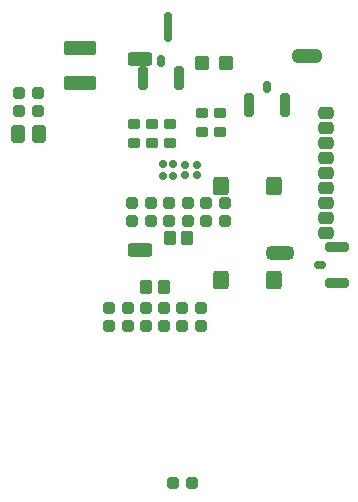
<source format=gbp>
%FSLAX44Y44*%
%MOMM*%
G71*
G01*
G75*
G04 Layer_Color=128*
G04:AMPARAMS|DCode=10|XSize=0.67mm|YSize=0.67mm|CornerRadius=0.1508mm|HoleSize=0mm|Usage=FLASHONLY|Rotation=90.000|XOffset=0mm|YOffset=0mm|HoleType=Round|Shape=RoundedRectangle|*
%AMROUNDEDRECTD10*
21,1,0.6700,0.3685,0,0,90.0*
21,1,0.3685,0.6700,0,0,90.0*
1,1,0.3015,0.1843,0.1843*
1,1,0.3015,0.1843,-0.1843*
1,1,0.3015,-0.1843,-0.1843*
1,1,0.3015,-0.1843,0.1843*
%
%ADD10ROUNDEDRECTD10*%
G04:AMPARAMS|DCode=11|XSize=0.67mm|YSize=0.67mm|CornerRadius=0.1508mm|HoleSize=0mm|Usage=FLASHONLY|Rotation=180.000|XOffset=0mm|YOffset=0mm|HoleType=Round|Shape=RoundedRectangle|*
%AMROUNDEDRECTD11*
21,1,0.6700,0.3685,0,0,180.0*
21,1,0.3685,0.6700,0,0,180.0*
1,1,0.3015,-0.1843,0.1843*
1,1,0.3015,0.1843,0.1843*
1,1,0.3015,0.1843,-0.1843*
1,1,0.3015,-0.1843,-0.1843*
%
%ADD11ROUNDEDRECTD11*%
G04:AMPARAMS|DCode=12|XSize=1.1mm|YSize=0.6mm|CornerRadius=0.201mm|HoleSize=0mm|Usage=FLASHONLY|Rotation=270.000|XOffset=0mm|YOffset=0mm|HoleType=Round|Shape=RoundedRectangle|*
%AMROUNDEDRECTD12*
21,1,1.1000,0.1980,0,0,270.0*
21,1,0.6980,0.6000,0,0,270.0*
1,1,0.4020,-0.0990,-0.3490*
1,1,0.4020,-0.0990,0.3490*
1,1,0.4020,0.0990,0.3490*
1,1,0.4020,0.0990,-0.3490*
%
%ADD12ROUNDEDRECTD12*%
G04:AMPARAMS|DCode=13|XSize=2.5mm|YSize=2mm|CornerRadius=0.25mm|HoleSize=0mm|Usage=FLASHONLY|Rotation=270.000|XOffset=0mm|YOffset=0mm|HoleType=Round|Shape=RoundedRectangle|*
%AMROUNDEDRECTD13*
21,1,2.5000,1.5000,0,0,270.0*
21,1,2.0000,2.0000,0,0,270.0*
1,1,0.5000,-0.7500,-1.0000*
1,1,0.5000,-0.7500,1.0000*
1,1,0.5000,0.7500,1.0000*
1,1,0.5000,0.7500,-1.0000*
%
%ADD13ROUNDEDRECTD13*%
G04:AMPARAMS|DCode=14|XSize=2.7mm|YSize=1.2mm|CornerRadius=0.21mm|HoleSize=0mm|Usage=FLASHONLY|Rotation=0.000|XOffset=0mm|YOffset=0mm|HoleType=Round|Shape=RoundedRectangle|*
%AMROUNDEDRECTD14*
21,1,2.7000,0.7800,0,0,0.0*
21,1,2.2800,1.2000,0,0,0.0*
1,1,0.4200,1.1400,-0.3900*
1,1,0.4200,-1.1400,-0.3900*
1,1,0.4200,-1.1400,0.3900*
1,1,0.4200,1.1400,0.3900*
%
%ADD14ROUNDEDRECTD14*%
G04:AMPARAMS|DCode=15|XSize=1.05mm|YSize=0.65mm|CornerRadius=0.2015mm|HoleSize=0mm|Usage=FLASHONLY|Rotation=90.000|XOffset=0mm|YOffset=0mm|HoleType=Round|Shape=RoundedRectangle|*
%AMROUNDEDRECTD15*
21,1,1.0500,0.2470,0,0,90.0*
21,1,0.6470,0.6500,0,0,90.0*
1,1,0.4030,0.1235,0.3235*
1,1,0.4030,0.1235,-0.3235*
1,1,0.4030,-0.1235,-0.3235*
1,1,0.4030,-0.1235,0.3235*
%
%ADD15ROUNDEDRECTD15*%
G04:AMPARAMS|DCode=16|XSize=2.5mm|YSize=2mm|CornerRadius=0.2mm|HoleSize=0mm|Usage=FLASHONLY|Rotation=90.000|XOffset=0mm|YOffset=0mm|HoleType=Round|Shape=RoundedRectangle|*
%AMROUNDEDRECTD16*
21,1,2.5000,1.6000,0,0,90.0*
21,1,2.1000,2.0000,0,0,90.0*
1,1,0.4000,0.8000,1.0500*
1,1,0.4000,0.8000,-1.0500*
1,1,0.4000,-0.8000,-1.0500*
1,1,0.4000,-0.8000,1.0500*
%
%ADD16ROUNDEDRECTD16*%
G04:AMPARAMS|DCode=17|XSize=2.3mm|YSize=0.5mm|CornerRadius=0.2mm|HoleSize=0mm|Usage=FLASHONLY|Rotation=90.000|XOffset=0mm|YOffset=0mm|HoleType=Round|Shape=RoundedRectangle|*
%AMROUNDEDRECTD17*
21,1,2.3000,0.1000,0,0,90.0*
21,1,1.9000,0.5000,0,0,90.0*
1,1,0.4000,0.0500,0.9500*
1,1,0.4000,0.0500,-0.9500*
1,1,0.4000,-0.0500,-0.9500*
1,1,0.4000,-0.0500,0.9500*
%
%ADD17ROUNDEDRECTD17*%
G04:AMPARAMS|DCode=18|XSize=1.1mm|YSize=0.6mm|CornerRadius=0.201mm|HoleSize=0mm|Usage=FLASHONLY|Rotation=180.000|XOffset=0mm|YOffset=0mm|HoleType=Round|Shape=RoundedRectangle|*
%AMROUNDEDRECTD18*
21,1,1.1000,0.1980,0,0,180.0*
21,1,0.6980,0.6000,0,0,180.0*
1,1,0.4020,-0.3490,0.0990*
1,1,0.4020,0.3490,0.0990*
1,1,0.4020,0.3490,-0.0990*
1,1,0.4020,-0.3490,-0.0990*
%
%ADD18ROUNDEDRECTD18*%
G04:AMPARAMS|DCode=19|XSize=1mm|YSize=0.95mm|CornerRadius=0.1995mm|HoleSize=0mm|Usage=FLASHONLY|Rotation=270.000|XOffset=0mm|YOffset=0mm|HoleType=Round|Shape=RoundedRectangle|*
%AMROUNDEDRECTD19*
21,1,1.0000,0.5510,0,0,270.0*
21,1,0.6010,0.9500,0,0,270.0*
1,1,0.3990,-0.2755,-0.3005*
1,1,0.3990,-0.2755,0.3005*
1,1,0.3990,0.2755,0.3005*
1,1,0.3990,0.2755,-0.3005*
%
%ADD19ROUNDEDRECTD19*%
%ADD20R,0.4000X1.4000*%
G04:AMPARAMS|DCode=21|XSize=1.8mm|YSize=1.9mm|CornerRadius=0.45mm|HoleSize=0mm|Usage=FLASHONLY|Rotation=0.000|XOffset=0mm|YOffset=0mm|HoleType=Round|Shape=RoundedRectangle|*
%AMROUNDEDRECTD21*
21,1,1.8000,1.0000,0,0,0.0*
21,1,0.9000,1.9000,0,0,0.0*
1,1,0.9000,0.4500,-0.5000*
1,1,0.9000,-0.4500,-0.5000*
1,1,0.9000,-0.4500,0.5000*
1,1,0.9000,0.4500,0.5000*
%
%ADD21ROUNDEDRECTD21*%
G04:AMPARAMS|DCode=22|XSize=0.7mm|YSize=1mm|CornerRadius=0.175mm|HoleSize=0mm|Usage=FLASHONLY|Rotation=180.000|XOffset=0mm|YOffset=0mm|HoleType=Round|Shape=RoundedRectangle|*
%AMROUNDEDRECTD22*
21,1,0.7000,0.6500,0,0,180.0*
21,1,0.3500,1.0000,0,0,180.0*
1,1,0.3500,-0.1750,0.3250*
1,1,0.3500,0.1750,0.3250*
1,1,0.3500,0.1750,-0.3250*
1,1,0.3500,-0.1750,-0.3250*
%
%ADD22ROUNDEDRECTD22*%
G04:AMPARAMS|DCode=23|XSize=0.8mm|YSize=2mm|CornerRadius=0.2mm|HoleSize=0mm|Usage=FLASHONLY|Rotation=180.000|XOffset=0mm|YOffset=0mm|HoleType=Round|Shape=RoundedRectangle|*
%AMROUNDEDRECTD23*
21,1,0.8000,1.6000,0,0,180.0*
21,1,0.4000,2.0000,0,0,180.0*
1,1,0.4000,-0.2000,0.8000*
1,1,0.4000,0.2000,0.8000*
1,1,0.4000,0.2000,-0.8000*
1,1,0.4000,-0.2000,-0.8000*
%
%ADD23ROUNDEDRECTD23*%
G04:AMPARAMS|DCode=24|XSize=1mm|YSize=0.9mm|CornerRadius=0.198mm|HoleSize=0mm|Usage=FLASHONLY|Rotation=180.000|XOffset=0mm|YOffset=0mm|HoleType=Round|Shape=RoundedRectangle|*
%AMROUNDEDRECTD24*
21,1,1.0000,0.5040,0,0,180.0*
21,1,0.6040,0.9000,0,0,180.0*
1,1,0.3960,-0.3020,0.2520*
1,1,0.3960,0.3020,0.2520*
1,1,0.3960,0.3020,-0.2520*
1,1,0.3960,-0.3020,-0.2520*
%
%ADD24ROUNDEDRECTD24*%
G04:AMPARAMS|DCode=25|XSize=1.05mm|YSize=0.65mm|CornerRadius=0.2015mm|HoleSize=0mm|Usage=FLASHONLY|Rotation=0.000|XOffset=0mm|YOffset=0mm|HoleType=Round|Shape=RoundedRectangle|*
%AMROUNDEDRECTD25*
21,1,1.0500,0.2470,0,0,0.0*
21,1,0.6470,0.6500,0,0,0.0*
1,1,0.4030,0.3235,-0.1235*
1,1,0.4030,-0.3235,-0.1235*
1,1,0.4030,-0.3235,0.1235*
1,1,0.4030,0.3235,0.1235*
%
%ADD25ROUNDEDRECTD25*%
G04:AMPARAMS|DCode=26|XSize=2.5mm|YSize=1.7mm|CornerRadius=0.204mm|HoleSize=0mm|Usage=FLASHONLY|Rotation=0.000|XOffset=0mm|YOffset=0mm|HoleType=Round|Shape=RoundedRectangle|*
%AMROUNDEDRECTD26*
21,1,2.5000,1.2920,0,0,0.0*
21,1,2.0920,1.7000,0,0,0.0*
1,1,0.4080,1.0460,-0.6460*
1,1,0.4080,-1.0460,-0.6460*
1,1,0.4080,-1.0460,0.6460*
1,1,0.4080,1.0460,0.6460*
%
%ADD26ROUNDEDRECTD26*%
G04:AMPARAMS|DCode=27|XSize=5.2mm|YSize=2mm|CornerRadius=0.25mm|HoleSize=0mm|Usage=FLASHONLY|Rotation=180.000|XOffset=0mm|YOffset=0mm|HoleType=Round|Shape=RoundedRectangle|*
%AMROUNDEDRECTD27*
21,1,5.2000,1.5000,0,0,180.0*
21,1,4.7000,2.0000,0,0,180.0*
1,1,0.5000,-2.3500,0.7500*
1,1,0.5000,2.3500,0.7500*
1,1,0.5000,2.3500,-0.7500*
1,1,0.5000,-2.3500,-0.7500*
%
%ADD27ROUNDEDRECTD27*%
G04:AMPARAMS|DCode=28|XSize=0.65mm|YSize=0.35mm|CornerRadius=0.0735mm|HoleSize=0mm|Usage=FLASHONLY|Rotation=0.000|XOffset=0mm|YOffset=0mm|HoleType=Round|Shape=RoundedRectangle|*
%AMROUNDEDRECTD28*
21,1,0.6500,0.2030,0,0,0.0*
21,1,0.5030,0.3500,0,0,0.0*
1,1,0.1470,0.2515,-0.1015*
1,1,0.1470,-0.2515,-0.1015*
1,1,0.1470,-0.2515,0.1015*
1,1,0.1470,0.2515,0.1015*
%
%ADD28ROUNDEDRECTD28*%
G04:AMPARAMS|DCode=29|XSize=0.62mm|YSize=0.62mm|CornerRadius=0.1488mm|HoleSize=0mm|Usage=FLASHONLY|Rotation=0.000|XOffset=0mm|YOffset=0mm|HoleType=Round|Shape=RoundedRectangle|*
%AMROUNDEDRECTD29*
21,1,0.6200,0.3224,0,0,0.0*
21,1,0.3224,0.6200,0,0,0.0*
1,1,0.2976,0.1612,-0.1612*
1,1,0.2976,-0.1612,-0.1612*
1,1,0.2976,-0.1612,0.1612*
1,1,0.2976,0.1612,0.1612*
%
%ADD29ROUNDEDRECTD29*%
G04:AMPARAMS|DCode=30|XSize=0.3mm|YSize=0.25mm|CornerRadius=0.0525mm|HoleSize=0mm|Usage=FLASHONLY|Rotation=0.000|XOffset=0mm|YOffset=0mm|HoleType=Round|Shape=RoundedRectangle|*
%AMROUNDEDRECTD30*
21,1,0.3000,0.1450,0,0,0.0*
21,1,0.1950,0.2500,0,0,0.0*
1,1,0.1050,0.0975,-0.0725*
1,1,0.1050,-0.0975,-0.0725*
1,1,0.1050,-0.0975,0.0725*
1,1,0.1050,0.0975,0.0725*
%
%ADD30ROUNDEDRECTD30*%
%ADD31O,1.5500X0.6000*%
G04:AMPARAMS|DCode=32|XSize=0.62mm|YSize=0.62mm|CornerRadius=0.1488mm|HoleSize=0mm|Usage=FLASHONLY|Rotation=270.000|XOffset=0mm|YOffset=0mm|HoleType=Round|Shape=RoundedRectangle|*
%AMROUNDEDRECTD32*
21,1,0.6200,0.3224,0,0,270.0*
21,1,0.3224,0.6200,0,0,270.0*
1,1,0.2976,-0.1612,-0.1612*
1,1,0.2976,-0.1612,0.1612*
1,1,0.2976,0.1612,0.1612*
1,1,0.2976,0.1612,-0.1612*
%
%ADD32ROUNDEDRECTD32*%
G04:AMPARAMS|DCode=33|XSize=1mm|YSize=0.95mm|CornerRadius=0.1995mm|HoleSize=0mm|Usage=FLASHONLY|Rotation=0.000|XOffset=0mm|YOffset=0mm|HoleType=Round|Shape=RoundedRectangle|*
%AMROUNDEDRECTD33*
21,1,1.0000,0.5510,0,0,0.0*
21,1,0.6010,0.9500,0,0,0.0*
1,1,0.3990,0.3005,-0.2755*
1,1,0.3990,-0.3005,-0.2755*
1,1,0.3990,-0.3005,0.2755*
1,1,0.3990,0.3005,0.2755*
%
%ADD33ROUNDEDRECTD33*%
%ADD34O,0.6000X1.5500*%
G04:AMPARAMS|DCode=35|XSize=3.3mm|YSize=1.65mm|CornerRadius=0.198mm|HoleSize=0mm|Usage=FLASHONLY|Rotation=90.000|XOffset=0mm|YOffset=0mm|HoleType=Round|Shape=RoundedRectangle|*
%AMROUNDEDRECTD35*
21,1,3.3000,1.2540,0,0,90.0*
21,1,2.9040,1.6500,0,0,90.0*
1,1,0.3960,0.6270,1.4520*
1,1,0.3960,0.6270,-1.4520*
1,1,0.3960,-0.6270,-1.4520*
1,1,0.3960,-0.6270,1.4520*
%
%ADD35ROUNDEDRECTD35*%
G04:AMPARAMS|DCode=36|XSize=1mm|YSize=0.9mm|CornerRadius=0.198mm|HoleSize=0mm|Usage=FLASHONLY|Rotation=270.000|XOffset=0mm|YOffset=0mm|HoleType=Round|Shape=RoundedRectangle|*
%AMROUNDEDRECTD36*
21,1,1.0000,0.5040,0,0,270.0*
21,1,0.6040,0.9000,0,0,270.0*
1,1,0.3960,-0.2520,-0.3020*
1,1,0.3960,-0.2520,0.3020*
1,1,0.3960,0.2520,0.3020*
1,1,0.3960,0.2520,-0.3020*
%
%ADD36ROUNDEDRECTD36*%
G04:AMPARAMS|DCode=37|XSize=1.2mm|YSize=2mm|CornerRadius=0.3mm|HoleSize=0mm|Usage=FLASHONLY|Rotation=90.000|XOffset=0mm|YOffset=0mm|HoleType=Round|Shape=RoundedRectangle|*
%AMROUNDEDRECTD37*
21,1,1.2000,1.4000,0,0,90.0*
21,1,0.6000,2.0000,0,0,90.0*
1,1,0.6000,0.7000,0.3000*
1,1,0.6000,0.7000,-0.3000*
1,1,0.6000,-0.7000,-0.3000*
1,1,0.6000,-0.7000,0.3000*
%
%ADD37ROUNDEDRECTD37*%
G04:AMPARAMS|DCode=38|XSize=1.2mm|YSize=1.2mm|CornerRadius=0.198mm|HoleSize=0mm|Usage=FLASHONLY|Rotation=90.000|XOffset=0mm|YOffset=0mm|HoleType=Round|Shape=RoundedRectangle|*
%AMROUNDEDRECTD38*
21,1,1.2000,0.8040,0,0,90.0*
21,1,0.8040,1.2000,0,0,90.0*
1,1,0.3960,0.4020,0.4020*
1,1,0.3960,0.4020,-0.4020*
1,1,0.3960,-0.4020,-0.4020*
1,1,0.3960,-0.4020,0.4020*
%
%ADD38ROUNDEDRECTD38*%
G04:AMPARAMS|DCode=39|XSize=1.45mm|YSize=0.95mm|CornerRadius=0.1995mm|HoleSize=0mm|Usage=FLASHONLY|Rotation=90.000|XOffset=0mm|YOffset=0mm|HoleType=Round|Shape=RoundedRectangle|*
%AMROUNDEDRECTD39*
21,1,1.4500,0.5510,0,0,90.0*
21,1,1.0510,0.9500,0,0,90.0*
1,1,0.3990,0.2755,0.5255*
1,1,0.3990,0.2755,-0.5255*
1,1,0.3990,-0.2755,-0.5255*
1,1,0.3990,-0.2755,0.5255*
%
%ADD39ROUNDEDRECTD39*%
G04:AMPARAMS|DCode=40|XSize=0.3mm|YSize=0.65mm|CornerRadius=0.0495mm|HoleSize=0mm|Usage=FLASHONLY|Rotation=90.000|XOffset=0mm|YOffset=0mm|HoleType=Round|Shape=RoundedRectangle|*
%AMROUNDEDRECTD40*
21,1,0.3000,0.5510,0,0,90.0*
21,1,0.2010,0.6500,0,0,90.0*
1,1,0.0990,0.2755,0.1005*
1,1,0.0990,0.2755,-0.1005*
1,1,0.0990,-0.2755,-0.1005*
1,1,0.0990,-0.2755,0.1005*
%
%ADD40ROUNDEDRECTD40*%
G04:AMPARAMS|DCode=41|XSize=0.5mm|YSize=0.21mm|CornerRadius=0.0347mm|HoleSize=0mm|Usage=FLASHONLY|Rotation=90.000|XOffset=0mm|YOffset=0mm|HoleType=Round|Shape=RoundedRectangle|*
%AMROUNDEDRECTD41*
21,1,0.5000,0.1407,0,0,90.0*
21,1,0.4307,0.2100,0,0,90.0*
1,1,0.0693,0.0704,0.2154*
1,1,0.0693,0.0704,-0.2154*
1,1,0.0693,-0.0704,-0.2154*
1,1,0.0693,-0.0704,0.2154*
%
%ADD41ROUNDEDRECTD41*%
G04:AMPARAMS|DCode=42|XSize=0.7mm|YSize=1.5mm|CornerRadius=0.175mm|HoleSize=0mm|Usage=FLASHONLY|Rotation=0.000|XOffset=0mm|YOffset=0mm|HoleType=Round|Shape=RoundedRectangle|*
%AMROUNDEDRECTD42*
21,1,0.7000,1.1500,0,0,0.0*
21,1,0.3500,1.5000,0,0,0.0*
1,1,0.3500,0.1750,-0.5750*
1,1,0.3500,-0.1750,-0.5750*
1,1,0.3500,-0.1750,0.5750*
1,1,0.3500,0.1750,0.5750*
%
%ADD42ROUNDEDRECTD42*%
%ADD43O,2.5000X0.5000*%
%ADD44O,0.5000X2.5000*%
%ADD45O,1.8000X0.8000*%
%ADD46O,2.5000X1.0000*%
G04:AMPARAMS|DCode=47|XSize=0.8mm|YSize=2mm|CornerRadius=0.2mm|HoleSize=0mm|Usage=FLASHONLY|Rotation=270.000|XOffset=0mm|YOffset=0mm|HoleType=Round|Shape=RoundedRectangle|*
%AMROUNDEDRECTD47*
21,1,0.8000,1.6000,0,0,270.0*
21,1,0.4000,2.0000,0,0,270.0*
1,1,0.4000,-0.8000,-0.2000*
1,1,0.4000,-0.8000,0.2000*
1,1,0.4000,0.8000,0.2000*
1,1,0.4000,0.8000,-0.2000*
%
%ADD47ROUNDEDRECTD47*%
G04:AMPARAMS|DCode=48|XSize=0.7mm|YSize=1mm|CornerRadius=0.175mm|HoleSize=0mm|Usage=FLASHONLY|Rotation=90.000|XOffset=0mm|YOffset=0mm|HoleType=Round|Shape=RoundedRectangle|*
%AMROUNDEDRECTD48*
21,1,0.7000,0.6500,0,0,90.0*
21,1,0.3500,1.0000,0,0,90.0*
1,1,0.3500,0.3250,0.1750*
1,1,0.3500,0.3250,-0.1750*
1,1,0.3500,-0.3250,-0.1750*
1,1,0.3500,-0.3250,0.1750*
%
%ADD48ROUNDEDRECTD48*%
%ADD49O,0.7000X2.5000*%
%ADD50O,2.5000X0.7000*%
%ADD51C,0.5000*%
%ADD52C,0.4000*%
%ADD53C,0.7000*%
%ADD54C,0.2500*%
%ADD55C,0.2000*%
%ADD56C,0.3000*%
%ADD57C,1.0000*%
%ADD58C,0.6000*%
%ADD59C,0.8000*%
%ADD60C,0.9000*%
%ADD61C,1.8000*%
G04:AMPARAMS|DCode=62|XSize=1.3mm|YSize=1.3mm|CornerRadius=0.1625mm|HoleSize=0mm|Usage=FLASHONLY|Rotation=0.000|XOffset=0mm|YOffset=0mm|HoleType=Round|Shape=RoundedRectangle|*
%AMROUNDEDRECTD62*
21,1,1.3000,0.9750,0,0,0.0*
21,1,0.9750,1.3000,0,0,0.0*
1,1,0.3250,0.4875,-0.4875*
1,1,0.3250,-0.4875,-0.4875*
1,1,0.3250,-0.4875,0.4875*
1,1,0.3250,0.4875,0.4875*
%
%ADD62ROUNDEDRECTD62*%
%ADD63C,1.3000*%
%ADD64C,7.0000*%
%ADD65C,0.1000*%
%ADD66C,0.5000*%
G04:AMPARAMS|DCode=67|XSize=2mm|YSize=2mm|CornerRadius=0.25mm|HoleSize=0mm|Usage=FLASHONLY|Rotation=90.000|XOffset=0mm|YOffset=0mm|HoleType=Round|Shape=RoundedRectangle|*
%AMROUNDEDRECTD67*
21,1,2.0000,1.5000,0,0,90.0*
21,1,1.5000,2.0000,0,0,90.0*
1,1,0.5000,0.7500,0.7500*
1,1,0.5000,0.7500,-0.7500*
1,1,0.5000,-0.7500,-0.7500*
1,1,0.5000,-0.7500,0.7500*
%
%ADD67ROUNDEDRECTD67*%
%ADD68C,2.0000*%
%ADD69C,2.5000*%
G04:AMPARAMS|DCode=70|XSize=1.85mm|YSize=1.85mm|CornerRadius=0.2313mm|HoleSize=0mm|Usage=FLASHONLY|Rotation=0.000|XOffset=0mm|YOffset=0mm|HoleType=Round|Shape=RoundedRectangle|*
%AMROUNDEDRECTD70*
21,1,1.8500,1.3875,0,0,0.0*
21,1,1.3875,1.8500,0,0,0.0*
1,1,0.4625,0.6937,-0.6937*
1,1,0.4625,-0.6937,-0.6937*
1,1,0.4625,-0.6937,0.6937*
1,1,0.4625,0.6937,0.6937*
%
%ADD70ROUNDEDRECTD70*%
%ADD71C,1.8500*%
%ADD72C,1.6000*%
%ADD73R,1.6000X1.6000*%
G04:AMPARAMS|DCode=74|XSize=1.3mm|YSize=1.3mm|CornerRadius=0.325mm|HoleSize=0mm|Usage=FLASHONLY|Rotation=90.000|XOffset=0mm|YOffset=0mm|HoleType=Round|Shape=RoundedRectangle|*
%AMROUNDEDRECTD74*
21,1,1.3000,0.6500,0,0,90.0*
21,1,0.6500,1.3000,0,0,90.0*
1,1,0.6500,0.3250,0.3250*
1,1,0.6500,0.3250,-0.3250*
1,1,0.6500,-0.3250,-0.3250*
1,1,0.6500,-0.3250,0.3250*
%
%ADD74ROUNDEDRECTD74*%
%ADD75R,2.5000X5.0000*%
%ADD76R,5.0000X2.5000*%
G04:AMPARAMS|DCode=77|XSize=1mm|YSize=1mm|CornerRadius=0.25mm|HoleSize=0mm|Usage=FLASHONLY|Rotation=0.000|XOffset=0mm|YOffset=0mm|HoleType=Round|Shape=RoundedRectangle|*
%AMROUNDEDRECTD77*
21,1,1.0000,0.5000,0,0,0.0*
21,1,0.5000,1.0000,0,0,0.0*
1,1,0.5000,0.2500,-0.2500*
1,1,0.5000,-0.2500,-0.2500*
1,1,0.5000,-0.2500,0.2500*
1,1,0.5000,0.2500,0.2500*
%
%ADD77ROUNDEDRECTD77*%
%ADD78C,2.2000*%
G04:AMPARAMS|DCode=79|XSize=1.6mm|YSize=1.6mm|CornerRadius=0.2mm|HoleSize=0mm|Usage=FLASHONLY|Rotation=90.000|XOffset=0mm|YOffset=0mm|HoleType=Round|Shape=RoundedRectangle|*
%AMROUNDEDRECTD79*
21,1,1.6000,1.2000,0,0,90.0*
21,1,1.2000,1.6000,0,0,90.0*
1,1,0.4000,0.6000,0.6000*
1,1,0.4000,0.6000,-0.6000*
1,1,0.4000,-0.6000,-0.6000*
1,1,0.4000,-0.6000,0.6000*
%
%ADD79ROUNDEDRECTD79*%
G04:AMPARAMS|DCode=80|XSize=1.4mm|YSize=1.4mm|CornerRadius=0.175mm|HoleSize=0mm|Usage=FLASHONLY|Rotation=90.000|XOffset=0mm|YOffset=0mm|HoleType=Round|Shape=RoundedRectangle|*
%AMROUNDEDRECTD80*
21,1,1.4000,1.0500,0,0,90.0*
21,1,1.0500,1.4000,0,0,90.0*
1,1,0.3500,0.5250,0.5250*
1,1,0.3500,0.5250,-0.5250*
1,1,0.3500,-0.5250,-0.5250*
1,1,0.3500,-0.5250,0.5250*
%
%ADD80ROUNDEDRECTD80*%
%ADD81C,1.0000*%
%ADD82C,0.6000*%
G04:AMPARAMS|DCode=83|XSize=1.15mm|YSize=2.1mm|CornerRadius=0.2875mm|HoleSize=0mm|Usage=FLASHONLY|Rotation=90.000|XOffset=0mm|YOffset=0mm|HoleType=Round|Shape=RoundedRectangle|*
%AMROUNDEDRECTD83*
21,1,1.1500,1.5250,0,0,90.0*
21,1,0.5750,2.1000,0,0,90.0*
1,1,0.5750,0.7625,0.2875*
1,1,0.5750,0.7625,-0.2875*
1,1,0.5750,-0.7625,-0.2875*
1,1,0.5750,-0.7625,0.2875*
%
%ADD83ROUNDEDRECTD83*%
G04:AMPARAMS|DCode=84|XSize=2.5mm|YSize=1.15mm|CornerRadius=0.3852mm|HoleSize=0mm|Usage=FLASHONLY|Rotation=0.000|XOffset=0mm|YOffset=0mm|HoleType=Round|Shape=RoundedRectangle|*
%AMROUNDEDRECTD84*
21,1,2.5000,0.3795,0,0,0.0*
21,1,1.7295,1.1500,0,0,0.0*
1,1,0.7705,0.8648,-0.1898*
1,1,0.7705,-0.8648,-0.1898*
1,1,0.7705,-0.8648,0.1898*
1,1,0.7705,0.8648,0.1898*
%
%ADD84ROUNDEDRECTD84*%
G04:AMPARAMS|DCode=85|XSize=1.3mm|YSize=1mm|CornerRadius=0.25mm|HoleSize=0mm|Usage=FLASHONLY|Rotation=0.000|XOffset=0mm|YOffset=0mm|HoleType=Round|Shape=RoundedRectangle|*
%AMROUNDEDRECTD85*
21,1,1.3000,0.5000,0,0,0.0*
21,1,0.8000,1.0000,0,0,0.0*
1,1,0.5000,0.4000,-0.2500*
1,1,0.5000,-0.4000,-0.2500*
1,1,0.5000,-0.4000,0.2500*
1,1,0.5000,0.4000,0.2500*
%
%ADD85ROUNDEDRECTD85*%
G04:AMPARAMS|DCode=86|XSize=2.35mm|YSize=1.15mm|CornerRadius=0.3852mm|HoleSize=0mm|Usage=FLASHONLY|Rotation=0.000|XOffset=0mm|YOffset=0mm|HoleType=Round|Shape=RoundedRectangle|*
%AMROUNDEDRECTD86*
21,1,2.3500,0.3795,0,0,0.0*
21,1,1.5795,1.1500,0,0,0.0*
1,1,0.7705,0.7897,-0.1898*
1,1,0.7705,-0.7897,-0.1898*
1,1,0.7705,-0.7897,0.1898*
1,1,0.7705,0.7897,0.1898*
%
%ADD86ROUNDEDRECTD86*%
G04:AMPARAMS|DCode=87|XSize=1mm|YSize=1.2mm|CornerRadius=0.165mm|HoleSize=0mm|Usage=FLASHONLY|Rotation=180.000|XOffset=0mm|YOffset=0mm|HoleType=Round|Shape=RoundedRectangle|*
%AMROUNDEDRECTD87*
21,1,1.0000,0.8700,0,0,180.0*
21,1,0.6700,1.2000,0,0,180.0*
1,1,0.3300,-0.3350,0.4350*
1,1,0.3300,0.3350,0.4350*
1,1,0.3300,0.3350,-0.4350*
1,1,0.3300,-0.3350,-0.4350*
%
%ADD87ROUNDEDRECTD87*%
G04:AMPARAMS|DCode=88|XSize=1.6mm|YSize=1.3mm|CornerRadius=0.2015mm|HoleSize=0mm|Usage=FLASHONLY|Rotation=90.000|XOffset=0mm|YOffset=0mm|HoleType=Round|Shape=RoundedRectangle|*
%AMROUNDEDRECTD88*
21,1,1.6000,0.8970,0,0,90.0*
21,1,1.1970,1.3000,0,0,90.0*
1,1,0.4030,0.4485,0.5985*
1,1,0.4030,0.4485,-0.5985*
1,1,0.4030,-0.4485,-0.5985*
1,1,0.4030,-0.4485,0.5985*
%
%ADD88ROUNDEDRECTD88*%
G04:AMPARAMS|DCode=89|XSize=0.7mm|YSize=2.5mm|CornerRadius=0.175mm|HoleSize=0mm|Usage=FLASHONLY|Rotation=180.000|XOffset=0mm|YOffset=0mm|HoleType=Round|Shape=RoundedRectangle|*
%AMROUNDEDRECTD89*
21,1,0.7000,2.1500,0,0,180.0*
21,1,0.3500,2.5000,0,0,180.0*
1,1,0.3500,-0.1750,1.0750*
1,1,0.3500,0.1750,1.0750*
1,1,0.3500,0.1750,-1.0750*
1,1,0.3500,-0.1750,-1.0750*
%
%ADD89ROUNDEDRECTD89*%
G04:AMPARAMS|DCode=90|XSize=1.45mm|YSize=1.15mm|CornerRadius=0.2013mm|HoleSize=0mm|Usage=FLASHONLY|Rotation=90.000|XOffset=0mm|YOffset=0mm|HoleType=Round|Shape=RoundedRectangle|*
%AMROUNDEDRECTD90*
21,1,1.4500,0.7475,0,0,90.0*
21,1,1.0475,1.1500,0,0,90.0*
1,1,0.4025,0.3738,0.5238*
1,1,0.4025,0.3738,-0.5238*
1,1,0.4025,-0.3738,-0.5238*
1,1,0.4025,-0.3738,0.5238*
%
%ADD90ROUNDEDRECTD90*%
G04:AMPARAMS|DCode=91|XSize=1.2mm|YSize=1.2mm|CornerRadius=0.198mm|HoleSize=0mm|Usage=FLASHONLY|Rotation=0.000|XOffset=0mm|YOffset=0mm|HoleType=Round|Shape=RoundedRectangle|*
%AMROUNDEDRECTD91*
21,1,1.2000,0.8040,0,0,0.0*
21,1,0.8040,1.2000,0,0,0.0*
1,1,0.3960,0.4020,-0.4020*
1,1,0.3960,-0.4020,-0.4020*
1,1,0.3960,-0.4020,0.4020*
1,1,0.3960,0.4020,0.4020*
%
%ADD91ROUNDEDRECTD91*%
%ADD92C,5.0000*%
%ADD93C,0.2540*%
%ADD94C,0.1500*%
%ADD95C,0.1000*%
%ADD96C,0.0500*%
%ADD97C,0.0100*%
%ADD98C,0.0750*%
G04:AMPARAMS|DCode=99|XSize=0.77mm|YSize=0.77mm|CornerRadius=0.2008mm|HoleSize=0mm|Usage=FLASHONLY|Rotation=90.000|XOffset=0mm|YOffset=0mm|HoleType=Round|Shape=RoundedRectangle|*
%AMROUNDEDRECTD99*
21,1,0.7700,0.3685,0,0,90.0*
21,1,0.3685,0.7700,0,0,90.0*
1,1,0.4015,0.1843,0.1843*
1,1,0.4015,0.1843,-0.1843*
1,1,0.4015,-0.1843,-0.1843*
1,1,0.4015,-0.1843,0.1843*
%
%ADD99ROUNDEDRECTD99*%
G04:AMPARAMS|DCode=100|XSize=0.77mm|YSize=0.77mm|CornerRadius=0.2008mm|HoleSize=0mm|Usage=FLASHONLY|Rotation=180.000|XOffset=0mm|YOffset=0mm|HoleType=Round|Shape=RoundedRectangle|*
%AMROUNDEDRECTD100*
21,1,0.7700,0.3685,0,0,180.0*
21,1,0.3685,0.7700,0,0,180.0*
1,1,0.4015,-0.1843,0.1843*
1,1,0.4015,0.1843,0.1843*
1,1,0.4015,0.1843,-0.1843*
1,1,0.4015,-0.1843,-0.1843*
%
%ADD100ROUNDEDRECTD100*%
G04:AMPARAMS|DCode=101|XSize=1.25mm|YSize=0.75mm|CornerRadius=0.276mm|HoleSize=0mm|Usage=FLASHONLY|Rotation=270.000|XOffset=0mm|YOffset=0mm|HoleType=Round|Shape=RoundedRectangle|*
%AMROUNDEDRECTD101*
21,1,1.2500,0.1980,0,0,270.0*
21,1,0.6980,0.7500,0,0,270.0*
1,1,0.5520,-0.0990,-0.3490*
1,1,0.5520,-0.0990,0.3490*
1,1,0.5520,0.0990,0.3490*
1,1,0.5520,0.0990,-0.3490*
%
%ADD101ROUNDEDRECTD101*%
G04:AMPARAMS|DCode=102|XSize=2.7032mm|YSize=2.2032mm|CornerRadius=0.3516mm|HoleSize=0mm|Usage=FLASHONLY|Rotation=270.000|XOffset=0mm|YOffset=0mm|HoleType=Round|Shape=RoundedRectangle|*
%AMROUNDEDRECTD102*
21,1,2.7032,1.5000,0,0,270.0*
21,1,2.0000,2.2032,0,0,270.0*
1,1,0.7032,-0.7500,-1.0000*
1,1,0.7032,-0.7500,1.0000*
1,1,0.7032,0.7500,1.0000*
1,1,0.7032,0.7500,-1.0000*
%
%ADD102ROUNDEDRECTD102*%
G04:AMPARAMS|DCode=103|XSize=2.85mm|YSize=1.35mm|CornerRadius=0.285mm|HoleSize=0mm|Usage=FLASHONLY|Rotation=0.000|XOffset=0mm|YOffset=0mm|HoleType=Round|Shape=RoundedRectangle|*
%AMROUNDEDRECTD103*
21,1,2.8500,0.7800,0,0,0.0*
21,1,2.2800,1.3500,0,0,0.0*
1,1,0.5700,1.1400,-0.3900*
1,1,0.5700,-1.1400,-0.3900*
1,1,0.5700,-1.1400,0.3900*
1,1,0.5700,1.1400,0.3900*
%
%ADD103ROUNDEDRECTD103*%
G04:AMPARAMS|DCode=104|XSize=1.2mm|YSize=0.8mm|CornerRadius=0.2765mm|HoleSize=0mm|Usage=FLASHONLY|Rotation=90.000|XOffset=0mm|YOffset=0mm|HoleType=Round|Shape=RoundedRectangle|*
%AMROUNDEDRECTD104*
21,1,1.2000,0.2470,0,0,90.0*
21,1,0.6470,0.8000,0,0,90.0*
1,1,0.5530,0.1235,0.3235*
1,1,0.5530,0.1235,-0.3235*
1,1,0.5530,-0.1235,-0.3235*
1,1,0.5530,-0.1235,0.3235*
%
%ADD104ROUNDEDRECTD104*%
G04:AMPARAMS|DCode=105|XSize=2.65mm|YSize=2.15mm|CornerRadius=0.275mm|HoleSize=0mm|Usage=FLASHONLY|Rotation=90.000|XOffset=0mm|YOffset=0mm|HoleType=Round|Shape=RoundedRectangle|*
%AMROUNDEDRECTD105*
21,1,2.6500,1.6000,0,0,90.0*
21,1,2.1000,2.1500,0,0,90.0*
1,1,0.5500,0.8000,1.0500*
1,1,0.5500,0.8000,-1.0500*
1,1,0.5500,-0.8000,-1.0500*
1,1,0.5500,-0.8000,1.0500*
%
%ADD105ROUNDEDRECTD105*%
G04:AMPARAMS|DCode=106|XSize=2.45mm|YSize=0.65mm|CornerRadius=0.275mm|HoleSize=0mm|Usage=FLASHONLY|Rotation=90.000|XOffset=0mm|YOffset=0mm|HoleType=Round|Shape=RoundedRectangle|*
%AMROUNDEDRECTD106*
21,1,2.4500,0.1000,0,0,90.0*
21,1,1.9000,0.6500,0,0,90.0*
1,1,0.5500,0.0500,0.9500*
1,1,0.5500,0.0500,-0.9500*
1,1,0.5500,-0.0500,-0.9500*
1,1,0.5500,-0.0500,0.9500*
%
%ADD106ROUNDEDRECTD106*%
G04:AMPARAMS|DCode=107|XSize=1.25mm|YSize=0.75mm|CornerRadius=0.276mm|HoleSize=0mm|Usage=FLASHONLY|Rotation=180.000|XOffset=0mm|YOffset=0mm|HoleType=Round|Shape=RoundedRectangle|*
%AMROUNDEDRECTD107*
21,1,1.2500,0.1980,0,0,180.0*
21,1,0.6980,0.7500,0,0,180.0*
1,1,0.5520,-0.3490,0.0990*
1,1,0.5520,0.3490,0.0990*
1,1,0.5520,0.3490,-0.0990*
1,1,0.5520,-0.3490,-0.0990*
%
%ADD107ROUNDEDRECTD107*%
G04:AMPARAMS|DCode=108|XSize=1.15mm|YSize=1.1mm|CornerRadius=0.2745mm|HoleSize=0mm|Usage=FLASHONLY|Rotation=270.000|XOffset=0mm|YOffset=0mm|HoleType=Round|Shape=RoundedRectangle|*
%AMROUNDEDRECTD108*
21,1,1.1500,0.5510,0,0,270.0*
21,1,0.6010,1.1000,0,0,270.0*
1,1,0.5490,-0.2755,-0.3005*
1,1,0.5490,-0.2755,0.3005*
1,1,0.5490,0.2755,0.3005*
1,1,0.5490,0.2755,-0.3005*
%
%ADD108ROUNDEDRECTD108*%
%ADD109R,0.6032X1.6032*%
G04:AMPARAMS|DCode=110|XSize=2.0032mm|YSize=2.1032mm|CornerRadius=0.5516mm|HoleSize=0mm|Usage=FLASHONLY|Rotation=0.000|XOffset=0mm|YOffset=0mm|HoleType=Round|Shape=RoundedRectangle|*
%AMROUNDEDRECTD110*
21,1,2.0032,1.0000,0,0,0.0*
21,1,0.9000,2.1032,0,0,0.0*
1,1,1.1032,0.4500,-0.5000*
1,1,1.1032,-0.4500,-0.5000*
1,1,1.1032,-0.4500,0.5000*
1,1,1.1032,0.4500,0.5000*
%
%ADD110ROUNDEDRECTD110*%
G04:AMPARAMS|DCode=111|XSize=0.9032mm|YSize=1.2032mm|CornerRadius=0.2766mm|HoleSize=0mm|Usage=FLASHONLY|Rotation=180.000|XOffset=0mm|YOffset=0mm|HoleType=Round|Shape=RoundedRectangle|*
%AMROUNDEDRECTD111*
21,1,0.9032,0.6500,0,0,180.0*
21,1,0.3500,1.2032,0,0,180.0*
1,1,0.5532,-0.1750,0.3250*
1,1,0.5532,0.1750,0.3250*
1,1,0.5532,0.1750,-0.3250*
1,1,0.5532,-0.1750,-0.3250*
%
%ADD111ROUNDEDRECTD111*%
G04:AMPARAMS|DCode=112|XSize=1.0032mm|YSize=2.2032mm|CornerRadius=0.3016mm|HoleSize=0mm|Usage=FLASHONLY|Rotation=180.000|XOffset=0mm|YOffset=0mm|HoleType=Round|Shape=RoundedRectangle|*
%AMROUNDEDRECTD112*
21,1,1.0032,1.6000,0,0,180.0*
21,1,0.4000,2.2032,0,0,180.0*
1,1,0.6032,-0.2000,0.8000*
1,1,0.6032,0.2000,0.8000*
1,1,0.6032,0.2000,-0.8000*
1,1,0.6032,-0.2000,-0.8000*
%
%ADD112ROUNDEDRECTD112*%
G04:AMPARAMS|DCode=113|XSize=1.15mm|YSize=1.05mm|CornerRadius=0.273mm|HoleSize=0mm|Usage=FLASHONLY|Rotation=180.000|XOffset=0mm|YOffset=0mm|HoleType=Round|Shape=RoundedRectangle|*
%AMROUNDEDRECTD113*
21,1,1.1500,0.5040,0,0,180.0*
21,1,0.6040,1.0500,0,0,180.0*
1,1,0.5460,-0.3020,0.2520*
1,1,0.5460,0.3020,0.2520*
1,1,0.5460,0.3020,-0.2520*
1,1,0.5460,-0.3020,-0.2520*
%
%ADD113ROUNDEDRECTD113*%
G04:AMPARAMS|DCode=114|XSize=1.2mm|YSize=0.8mm|CornerRadius=0.2765mm|HoleSize=0mm|Usage=FLASHONLY|Rotation=0.000|XOffset=0mm|YOffset=0mm|HoleType=Round|Shape=RoundedRectangle|*
%AMROUNDEDRECTD114*
21,1,1.2000,0.2470,0,0,0.0*
21,1,0.6470,0.8000,0,0,0.0*
1,1,0.5530,0.3235,-0.1235*
1,1,0.5530,-0.3235,-0.1235*
1,1,0.5530,-0.3235,0.1235*
1,1,0.5530,0.3235,0.1235*
%
%ADD114ROUNDEDRECTD114*%
G04:AMPARAMS|DCode=115|XSize=2.65mm|YSize=1.85mm|CornerRadius=0.279mm|HoleSize=0mm|Usage=FLASHONLY|Rotation=0.000|XOffset=0mm|YOffset=0mm|HoleType=Round|Shape=RoundedRectangle|*
%AMROUNDEDRECTD115*
21,1,2.6500,1.2920,0,0,0.0*
21,1,2.0920,1.8500,0,0,0.0*
1,1,0.5580,1.0460,-0.6460*
1,1,0.5580,-1.0460,-0.6460*
1,1,0.5580,-1.0460,0.6460*
1,1,0.5580,1.0460,0.6460*
%
%ADD115ROUNDEDRECTD115*%
G04:AMPARAMS|DCode=116|XSize=5.35mm|YSize=2.15mm|CornerRadius=0.325mm|HoleSize=0mm|Usage=FLASHONLY|Rotation=180.000|XOffset=0mm|YOffset=0mm|HoleType=Round|Shape=RoundedRectangle|*
%AMROUNDEDRECTD116*
21,1,5.3500,1.5000,0,0,180.0*
21,1,4.7000,2.1500,0,0,180.0*
1,1,0.6500,-2.3500,0.7500*
1,1,0.6500,2.3500,0.7500*
1,1,0.6500,2.3500,-0.7500*
1,1,0.6500,-2.3500,-0.7500*
%
%ADD116ROUNDEDRECTD116*%
G04:AMPARAMS|DCode=117|XSize=0.8mm|YSize=0.5mm|CornerRadius=0.1485mm|HoleSize=0mm|Usage=FLASHONLY|Rotation=0.000|XOffset=0mm|YOffset=0mm|HoleType=Round|Shape=RoundedRectangle|*
%AMROUNDEDRECTD117*
21,1,0.8000,0.2030,0,0,0.0*
21,1,0.5030,0.5000,0,0,0.0*
1,1,0.2970,0.2515,-0.1015*
1,1,0.2970,-0.2515,-0.1015*
1,1,0.2970,-0.2515,0.1015*
1,1,0.2970,0.2515,0.1015*
%
%ADD117ROUNDEDRECTD117*%
G04:AMPARAMS|DCode=118|XSize=0.77mm|YSize=0.77mm|CornerRadius=0.2238mm|HoleSize=0mm|Usage=FLASHONLY|Rotation=0.000|XOffset=0mm|YOffset=0mm|HoleType=Round|Shape=RoundedRectangle|*
%AMROUNDEDRECTD118*
21,1,0.7700,0.3224,0,0,0.0*
21,1,0.3224,0.7700,0,0,0.0*
1,1,0.4476,0.1612,-0.1612*
1,1,0.4476,-0.1612,-0.1612*
1,1,0.4476,-0.1612,0.1612*
1,1,0.4476,0.1612,0.1612*
%
%ADD118ROUNDEDRECTD118*%
G04:AMPARAMS|DCode=119|XSize=0.45mm|YSize=0.4mm|CornerRadius=0.1275mm|HoleSize=0mm|Usage=FLASHONLY|Rotation=0.000|XOffset=0mm|YOffset=0mm|HoleType=Round|Shape=RoundedRectangle|*
%AMROUNDEDRECTD119*
21,1,0.4500,0.1450,0,0,0.0*
21,1,0.1950,0.4000,0,0,0.0*
1,1,0.2550,0.0975,-0.0725*
1,1,0.2550,-0.0975,-0.0725*
1,1,0.2550,-0.0975,0.0725*
1,1,0.2550,0.0975,0.0725*
%
%ADD119ROUNDEDRECTD119*%
%ADD120O,1.7000X0.7500*%
G04:AMPARAMS|DCode=121|XSize=0.77mm|YSize=0.77mm|CornerRadius=0.2238mm|HoleSize=0mm|Usage=FLASHONLY|Rotation=270.000|XOffset=0mm|YOffset=0mm|HoleType=Round|Shape=RoundedRectangle|*
%AMROUNDEDRECTD121*
21,1,0.7700,0.3224,0,0,270.0*
21,1,0.3224,0.7700,0,0,270.0*
1,1,0.4476,-0.1612,-0.1612*
1,1,0.4476,-0.1612,0.1612*
1,1,0.4476,0.1612,0.1612*
1,1,0.4476,0.1612,-0.1612*
%
%ADD121ROUNDEDRECTD121*%
G04:AMPARAMS|DCode=122|XSize=1.15mm|YSize=1.1mm|CornerRadius=0.2745mm|HoleSize=0mm|Usage=FLASHONLY|Rotation=0.000|XOffset=0mm|YOffset=0mm|HoleType=Round|Shape=RoundedRectangle|*
%AMROUNDEDRECTD122*
21,1,1.1500,0.5510,0,0,0.0*
21,1,0.6010,1.1000,0,0,0.0*
1,1,0.5490,0.3005,-0.2755*
1,1,0.5490,-0.3005,-0.2755*
1,1,0.5490,-0.3005,0.2755*
1,1,0.5490,0.3005,0.2755*
%
%ADD122ROUNDEDRECTD122*%
%ADD123O,0.7500X1.7000*%
G04:AMPARAMS|DCode=124|XSize=3.45mm|YSize=1.8mm|CornerRadius=0.273mm|HoleSize=0mm|Usage=FLASHONLY|Rotation=90.000|XOffset=0mm|YOffset=0mm|HoleType=Round|Shape=RoundedRectangle|*
%AMROUNDEDRECTD124*
21,1,3.4500,1.2540,0,0,90.0*
21,1,2.9040,1.8000,0,0,90.0*
1,1,0.5460,0.6270,1.4520*
1,1,0.5460,0.6270,-1.4520*
1,1,0.5460,-0.6270,-1.4520*
1,1,0.5460,-0.6270,1.4520*
%
%ADD124ROUNDEDRECTD124*%
G04:AMPARAMS|DCode=125|XSize=1.15mm|YSize=1.05mm|CornerRadius=0.273mm|HoleSize=0mm|Usage=FLASHONLY|Rotation=270.000|XOffset=0mm|YOffset=0mm|HoleType=Round|Shape=RoundedRectangle|*
%AMROUNDEDRECTD125*
21,1,1.1500,0.5040,0,0,270.0*
21,1,0.6040,1.0500,0,0,270.0*
1,1,0.5460,-0.2520,-0.3020*
1,1,0.5460,-0.2520,0.3020*
1,1,0.5460,0.2520,0.3020*
1,1,0.5460,0.2520,-0.3020*
%
%ADD125ROUNDEDRECTD125*%
G04:AMPARAMS|DCode=126|XSize=1.3mm|YSize=2.1mm|CornerRadius=0.35mm|HoleSize=0mm|Usage=FLASHONLY|Rotation=90.000|XOffset=0mm|YOffset=0mm|HoleType=Round|Shape=RoundedRectangle|*
%AMROUNDEDRECTD126*
21,1,1.3000,1.4000,0,0,90.0*
21,1,0.6000,2.1000,0,0,90.0*
1,1,0.7000,0.7000,0.3000*
1,1,0.7000,0.7000,-0.3000*
1,1,0.7000,-0.7000,-0.3000*
1,1,0.7000,-0.7000,0.3000*
%
%ADD126ROUNDEDRECTD126*%
G04:AMPARAMS|DCode=127|XSize=1.35mm|YSize=1.35mm|CornerRadius=0.273mm|HoleSize=0mm|Usage=FLASHONLY|Rotation=90.000|XOffset=0mm|YOffset=0mm|HoleType=Round|Shape=RoundedRectangle|*
%AMROUNDEDRECTD127*
21,1,1.3500,0.8040,0,0,90.0*
21,1,0.8040,1.3500,0,0,90.0*
1,1,0.5460,0.4020,0.4020*
1,1,0.5460,0.4020,-0.4020*
1,1,0.5460,-0.4020,-0.4020*
1,1,0.5460,-0.4020,0.4020*
%
%ADD127ROUNDEDRECTD127*%
G04:AMPARAMS|DCode=128|XSize=1.55mm|YSize=1.05mm|CornerRadius=0.2495mm|HoleSize=0mm|Usage=FLASHONLY|Rotation=90.000|XOffset=0mm|YOffset=0mm|HoleType=Round|Shape=RoundedRectangle|*
%AMROUNDEDRECTD128*
21,1,1.5500,0.5510,0,0,90.0*
21,1,1.0510,1.0500,0,0,90.0*
1,1,0.4990,0.2755,0.5255*
1,1,0.4990,0.2755,-0.5255*
1,1,0.4990,-0.2755,-0.5255*
1,1,0.4990,-0.2755,0.5255*
%
%ADD128ROUNDEDRECTD128*%
G04:AMPARAMS|DCode=129|XSize=0.45mm|YSize=0.8mm|CornerRadius=0.1245mm|HoleSize=0mm|Usage=FLASHONLY|Rotation=90.000|XOffset=0mm|YOffset=0mm|HoleType=Round|Shape=RoundedRectangle|*
%AMROUNDEDRECTD129*
21,1,0.4500,0.5510,0,0,90.0*
21,1,0.2010,0.8000,0,0,90.0*
1,1,0.2490,0.2755,0.1005*
1,1,0.2490,0.2755,-0.1005*
1,1,0.2490,-0.2755,-0.1005*
1,1,0.2490,-0.2755,0.1005*
%
%ADD129ROUNDEDRECTD129*%
G04:AMPARAMS|DCode=130|XSize=0.65mm|YSize=0.36mm|CornerRadius=0.1097mm|HoleSize=0mm|Usage=FLASHONLY|Rotation=90.000|XOffset=0mm|YOffset=0mm|HoleType=Round|Shape=RoundedRectangle|*
%AMROUNDEDRECTD130*
21,1,0.6500,0.1407,0,0,90.0*
21,1,0.4307,0.3600,0,0,90.0*
1,1,0.2193,0.0704,0.2154*
1,1,0.2193,0.0704,-0.2154*
1,1,0.2193,-0.0704,-0.2154*
1,1,0.2193,-0.0704,0.2154*
%
%ADD130ROUNDEDRECTD130*%
%ADD131O,1.9500X0.9500*%
%ADD132O,2.6500X1.1500*%
G04:AMPARAMS|DCode=133|XSize=1.0032mm|YSize=2.2032mm|CornerRadius=0.3016mm|HoleSize=0mm|Usage=FLASHONLY|Rotation=270.000|XOffset=0mm|YOffset=0mm|HoleType=Round|Shape=RoundedRectangle|*
%AMROUNDEDRECTD133*
21,1,1.0032,1.6000,0,0,270.0*
21,1,0.4000,2.2032,0,0,270.0*
1,1,0.6032,-0.8000,-0.2000*
1,1,0.6032,-0.8000,0.2000*
1,1,0.6032,0.8000,0.2000*
1,1,0.6032,0.8000,-0.2000*
%
%ADD133ROUNDEDRECTD133*%
G04:AMPARAMS|DCode=134|XSize=0.9032mm|YSize=1.2032mm|CornerRadius=0.2766mm|HoleSize=0mm|Usage=FLASHONLY|Rotation=90.000|XOffset=0mm|YOffset=0mm|HoleType=Round|Shape=RoundedRectangle|*
%AMROUNDEDRECTD134*
21,1,0.9032,0.6500,0,0,90.0*
21,1,0.3500,1.2032,0,0,90.0*
1,1,0.5532,0.3250,0.1750*
1,1,0.5532,0.3250,-0.1750*
1,1,0.5532,-0.3250,-0.1750*
1,1,0.5532,-0.3250,0.1750*
%
%ADD134ROUNDEDRECTD134*%
%ADD135O,0.9032X2.7032*%
%ADD136O,2.7032X0.9032*%
%ADD137C,1.1032*%
%ADD138C,1.9500*%
G04:AMPARAMS|DCode=139|XSize=1.45mm|YSize=1.45mm|CornerRadius=0.2375mm|HoleSize=0mm|Usage=FLASHONLY|Rotation=0.000|XOffset=0mm|YOffset=0mm|HoleType=Round|Shape=RoundedRectangle|*
%AMROUNDEDRECTD139*
21,1,1.4500,0.9750,0,0,0.0*
21,1,0.9750,1.4500,0,0,0.0*
1,1,0.4750,0.4875,-0.4875*
1,1,0.4750,-0.4875,-0.4875*
1,1,0.4750,-0.4875,0.4875*
1,1,0.4750,0.4875,0.4875*
%
%ADD139ROUNDEDRECTD139*%
%ADD140C,1.4500*%
%ADD141C,7.2032*%
%ADD142C,0.6500*%
%ADD143C,0.7032*%
G04:AMPARAMS|DCode=144|XSize=2.15mm|YSize=2.15mm|CornerRadius=0.325mm|HoleSize=0mm|Usage=FLASHONLY|Rotation=90.000|XOffset=0mm|YOffset=0mm|HoleType=Round|Shape=RoundedRectangle|*
%AMROUNDEDRECTD144*
21,1,2.1500,1.5000,0,0,90.0*
21,1,1.5000,2.1500,0,0,90.0*
1,1,0.6500,0.7500,0.7500*
1,1,0.6500,0.7500,-0.7500*
1,1,0.6500,-0.7500,-0.7500*
1,1,0.6500,-0.7500,0.7500*
%
%ADD144ROUNDEDRECTD144*%
%ADD145C,2.1500*%
%ADD146C,2.7032*%
G04:AMPARAMS|DCode=147|XSize=2mm|YSize=2mm|CornerRadius=0.3063mm|HoleSize=0mm|Usage=FLASHONLY|Rotation=0.000|XOffset=0mm|YOffset=0mm|HoleType=Round|Shape=RoundedRectangle|*
%AMROUNDEDRECTD147*
21,1,2.0000,1.3875,0,0,0.0*
21,1,1.3875,2.0000,0,0,0.0*
1,1,0.6125,0.6937,-0.6937*
1,1,0.6125,-0.6937,-0.6937*
1,1,0.6125,-0.6937,0.6937*
1,1,0.6125,0.6937,0.6937*
%
%ADD147ROUNDEDRECTD147*%
%ADD148C,1.7500*%
%ADD149R,1.7500X1.7500*%
G04:AMPARAMS|DCode=150|XSize=1.5032mm|YSize=1.5032mm|CornerRadius=0.4266mm|HoleSize=0mm|Usage=FLASHONLY|Rotation=90.000|XOffset=0mm|YOffset=0mm|HoleType=Round|Shape=RoundedRectangle|*
%AMROUNDEDRECTD150*
21,1,1.5032,0.6500,0,0,90.0*
21,1,0.6500,1.5032,0,0,90.0*
1,1,0.8532,0.3250,0.3250*
1,1,0.8532,0.3250,-0.3250*
1,1,0.8532,-0.3250,-0.3250*
1,1,0.8532,-0.3250,0.3250*
%
%ADD150ROUNDEDRECTD150*%
%ADD151C,1.5032*%
%ADD152R,2.6500X5.1500*%
%ADD153R,5.1500X2.6500*%
G04:AMPARAMS|DCode=154|XSize=1.1mm|YSize=1.1mm|CornerRadius=0.3mm|HoleSize=0mm|Usage=FLASHONLY|Rotation=0.000|XOffset=0mm|YOffset=0mm|HoleType=Round|Shape=RoundedRectangle|*
%AMROUNDEDRECTD154*
21,1,1.1000,0.5000,0,0,0.0*
21,1,0.5000,1.1000,0,0,0.0*
1,1,0.6000,0.2500,-0.2500*
1,1,0.6000,-0.2500,-0.2500*
1,1,0.6000,-0.2500,0.2500*
1,1,0.6000,0.2500,0.2500*
%
%ADD154ROUNDEDRECTD154*%
%ADD155C,2.3500*%
G04:AMPARAMS|DCode=156|XSize=1.75mm|YSize=1.75mm|CornerRadius=0.275mm|HoleSize=0mm|Usage=FLASHONLY|Rotation=90.000|XOffset=0mm|YOffset=0mm|HoleType=Round|Shape=RoundedRectangle|*
%AMROUNDEDRECTD156*
21,1,1.7500,1.2000,0,0,90.0*
21,1,1.2000,1.7500,0,0,90.0*
1,1,0.5500,0.6000,0.6000*
1,1,0.5500,0.6000,-0.6000*
1,1,0.5500,-0.6000,-0.6000*
1,1,0.5500,-0.6000,0.6000*
%
%ADD156ROUNDEDRECTD156*%
G04:AMPARAMS|DCode=157|XSize=1.55mm|YSize=1.55mm|CornerRadius=0.25mm|HoleSize=0mm|Usage=FLASHONLY|Rotation=90.000|XOffset=0mm|YOffset=0mm|HoleType=Round|Shape=RoundedRectangle|*
%AMROUNDEDRECTD157*
21,1,1.5500,1.0500,0,0,90.0*
21,1,1.0500,1.5500,0,0,90.0*
1,1,0.5000,0.5250,0.5250*
1,1,0.5000,0.5250,-0.5250*
1,1,0.5000,-0.5250,-0.5250*
1,1,0.5000,-0.5250,0.5250*
%
%ADD157ROUNDEDRECTD157*%
G04:AMPARAMS|DCode=158|XSize=1.25mm|YSize=2.2mm|CornerRadius=0.3375mm|HoleSize=0mm|Usage=FLASHONLY|Rotation=90.000|XOffset=0mm|YOffset=0mm|HoleType=Round|Shape=RoundedRectangle|*
%AMROUNDEDRECTD158*
21,1,1.2500,1.5250,0,0,90.0*
21,1,0.5750,2.2000,0,0,90.0*
1,1,0.6750,0.7625,0.2875*
1,1,0.6750,0.7625,-0.2875*
1,1,0.6750,-0.7625,-0.2875*
1,1,0.6750,-0.7625,0.2875*
%
%ADD158ROUNDEDRECTD158*%
G04:AMPARAMS|DCode=159|XSize=2.6mm|YSize=1.25mm|CornerRadius=0.4353mm|HoleSize=0mm|Usage=FLASHONLY|Rotation=0.000|XOffset=0mm|YOffset=0mm|HoleType=Round|Shape=RoundedRectangle|*
%AMROUNDEDRECTD159*
21,1,2.6000,0.3795,0,0,0.0*
21,1,1.7295,1.2500,0,0,0.0*
1,1,0.8705,0.8648,-0.1898*
1,1,0.8705,-0.8648,-0.1898*
1,1,0.8705,-0.8648,0.1898*
1,1,0.8705,0.8648,0.1898*
%
%ADD159ROUNDEDRECTD159*%
G04:AMPARAMS|DCode=160|XSize=1.4mm|YSize=1.1mm|CornerRadius=0.3mm|HoleSize=0mm|Usage=FLASHONLY|Rotation=0.000|XOffset=0mm|YOffset=0mm|HoleType=Round|Shape=RoundedRectangle|*
%AMROUNDEDRECTD160*
21,1,1.4000,0.5000,0,0,0.0*
21,1,0.8000,1.1000,0,0,0.0*
1,1,0.6000,0.4000,-0.2500*
1,1,0.6000,-0.4000,-0.2500*
1,1,0.6000,-0.4000,0.2500*
1,1,0.6000,0.4000,0.2500*
%
%ADD160ROUNDEDRECTD160*%
G04:AMPARAMS|DCode=161|XSize=2.45mm|YSize=1.25mm|CornerRadius=0.4353mm|HoleSize=0mm|Usage=FLASHONLY|Rotation=0.000|XOffset=0mm|YOffset=0mm|HoleType=Round|Shape=RoundedRectangle|*
%AMROUNDEDRECTD161*
21,1,2.4500,0.3795,0,0,0.0*
21,1,1.5795,1.2500,0,0,0.0*
1,1,0.8705,0.7897,-0.1898*
1,1,0.8705,-0.7897,-0.1898*
1,1,0.8705,-0.7897,0.1898*
1,1,0.8705,0.7897,0.1898*
%
%ADD161ROUNDEDRECTD161*%
G04:AMPARAMS|DCode=162|XSize=1.15mm|YSize=1.35mm|CornerRadius=0.24mm|HoleSize=0mm|Usage=FLASHONLY|Rotation=180.000|XOffset=0mm|YOffset=0mm|HoleType=Round|Shape=RoundedRectangle|*
%AMROUNDEDRECTD162*
21,1,1.1500,0.8700,0,0,180.0*
21,1,0.6700,1.3500,0,0,180.0*
1,1,0.4800,-0.3350,0.4350*
1,1,0.4800,0.3350,0.4350*
1,1,0.4800,0.3350,-0.4350*
1,1,0.4800,-0.3350,-0.4350*
%
%ADD162ROUNDEDRECTD162*%
G04:AMPARAMS|DCode=163|XSize=1.75mm|YSize=1.45mm|CornerRadius=0.2765mm|HoleSize=0mm|Usage=FLASHONLY|Rotation=90.000|XOffset=0mm|YOffset=0mm|HoleType=Round|Shape=RoundedRectangle|*
%AMROUNDEDRECTD163*
21,1,1.7500,0.8970,0,0,90.0*
21,1,1.1970,1.4500,0,0,90.0*
1,1,0.5530,0.4485,0.5985*
1,1,0.5530,0.4485,-0.5985*
1,1,0.5530,-0.4485,-0.5985*
1,1,0.5530,-0.4485,0.5985*
%
%ADD163ROUNDEDRECTD163*%
G04:AMPARAMS|DCode=164|XSize=1.6mm|YSize=1.3mm|CornerRadius=0.2763mm|HoleSize=0mm|Usage=FLASHONLY|Rotation=90.000|XOffset=0mm|YOffset=0mm|HoleType=Round|Shape=RoundedRectangle|*
%AMROUNDEDRECTD164*
21,1,1.6000,0.7475,0,0,90.0*
21,1,1.0475,1.3000,0,0,90.0*
1,1,0.5525,0.3738,0.5238*
1,1,0.5525,0.3738,-0.5238*
1,1,0.5525,-0.3738,-0.5238*
1,1,0.5525,-0.3738,0.5238*
%
%ADD164ROUNDEDRECTD164*%
G04:AMPARAMS|DCode=165|XSize=1.35mm|YSize=1.35mm|CornerRadius=0.273mm|HoleSize=0mm|Usage=FLASHONLY|Rotation=0.000|XOffset=0mm|YOffset=0mm|HoleType=Round|Shape=RoundedRectangle|*
%AMROUNDEDRECTD165*
21,1,1.3500,0.8040,0,0,0.0*
21,1,0.8040,1.3500,0,0,0.0*
1,1,0.5460,0.4020,-0.4020*
1,1,0.5460,-0.4020,-0.4020*
1,1,0.5460,-0.4020,0.4020*
1,1,0.5460,0.4020,0.4020*
%
%ADD165ROUNDEDRECTD165*%
%ADD166C,5.2032*%
D14*
X376000Y410700D02*
D03*
Y439700D02*
D03*
D19*
X454356Y71500D02*
D03*
X470356D02*
D03*
X431250Y204750D02*
D03*
X447250D02*
D03*
X400250Y219750D02*
D03*
X416250D02*
D03*
X400250Y204750D02*
D03*
X416250D02*
D03*
X462250Y219750D02*
D03*
X478250D02*
D03*
X431250D02*
D03*
X447250D02*
D03*
X462250Y204750D02*
D03*
X478250D02*
D03*
X482151Y308500D02*
D03*
X498151D02*
D03*
X482151Y293500D02*
D03*
X498151D02*
D03*
X451151Y308500D02*
D03*
X467151D02*
D03*
X451151Y293500D02*
D03*
X467151D02*
D03*
X420151D02*
D03*
X436151D02*
D03*
X420151Y308500D02*
D03*
X436151D02*
D03*
X340400Y401700D02*
D03*
X324400D02*
D03*
X340500Y386500D02*
D03*
X324500D02*
D03*
D22*
X444250Y429250D02*
D03*
X534200Y406800D02*
D03*
D23*
X429250Y414250D02*
D03*
X459250D02*
D03*
X519200Y391800D02*
D03*
X549200D02*
D03*
D24*
X479250Y385250D02*
D03*
Y369250D02*
D03*
X494250D02*
D03*
Y385250D02*
D03*
X451800Y359600D02*
D03*
Y375600D02*
D03*
X421800D02*
D03*
Y359600D02*
D03*
X436800Y375600D02*
D03*
Y359600D02*
D03*
D29*
X464950Y341400D02*
D03*
Y332400D02*
D03*
X475000Y341399D02*
D03*
Y332399D02*
D03*
D32*
X454900Y341800D02*
D03*
X445900D02*
D03*
X454900Y331700D02*
D03*
X445900D02*
D03*
D47*
X593600Y241500D02*
D03*
Y271500D02*
D03*
D48*
X578600Y256500D02*
D03*
D83*
X426900Y269000D02*
D03*
Y430400D02*
D03*
D84*
X567900Y433000D02*
D03*
D85*
X584400Y347300D02*
D03*
Y334600D02*
D03*
Y360000D02*
D03*
Y385400D02*
D03*
Y309200D02*
D03*
Y372700D02*
D03*
Y321900D02*
D03*
Y296500D02*
D03*
Y283800D02*
D03*
D86*
X544700Y266400D02*
D03*
D87*
X446600Y237400D02*
D03*
X431600D02*
D03*
X451600Y279100D02*
D03*
X466600D02*
D03*
D88*
X540200Y323600D02*
D03*
Y243600D02*
D03*
X495200Y323600D02*
D03*
Y243600D02*
D03*
D89*
X450250Y458000D02*
D03*
D90*
X341400Y367600D02*
D03*
X323400D02*
D03*
D91*
X478750Y427600D02*
D03*
X499750D02*
D03*
M02*

</source>
